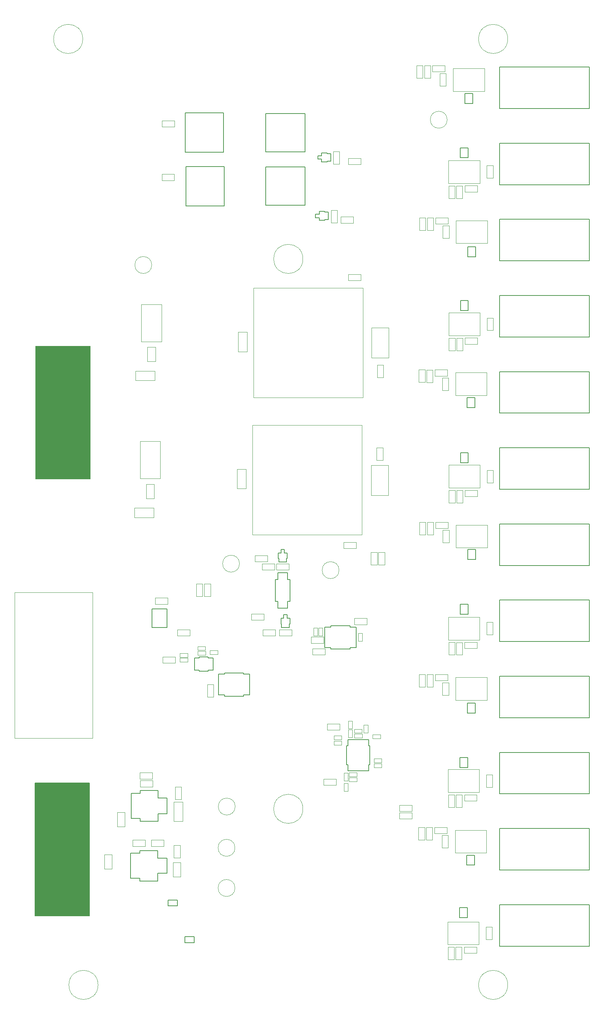
<source format=gbr>
%TF.GenerationSoftware,KiCad,Pcbnew,9.0.3*%
%TF.CreationDate,2025-09-16T13:44:48-04:00*%
%TF.ProjectId,WARM_TPC_Shaper,5741524d-5f54-4504-935f-536861706572,rev?*%
%TF.SameCoordinates,Original*%
%TF.FileFunction,Other,User*%
%FSLAX46Y46*%
G04 Gerber Fmt 4.6, Leading zero omitted, Abs format (unit mm)*
G04 Created by KiCad (PCBNEW 9.0.3) date 2025-09-16 13:44:48*
%MOMM*%
%LPD*%
G01*
G04 APERTURE LIST*
%ADD10C,0.050000*%
%ADD11C,0.152400*%
%ADD12C,0.127000*%
%ADD13C,0.100000*%
G04 APERTURE END LIST*
D10*
%TO.C,R68*%
X180710000Y-199870000D02*
X183670000Y-199870000D01*
X180710000Y-201330000D02*
X180710000Y-199870000D01*
X183670000Y-199870000D02*
X183670000Y-201330000D01*
X183670000Y-201330000D02*
X180710000Y-201330000D01*
%TO.C,U7*%
X211223000Y-158292499D02*
X211223000Y-152887499D01*
X218633000Y-152887499D02*
X211223000Y-152887499D01*
X218633000Y-158292499D02*
X211223000Y-158292499D01*
X218633000Y-158292499D02*
X218633000Y-152887499D01*
%TO.C,U12*%
X209465000Y-138732499D02*
X209465000Y-144137499D01*
X209465000Y-138732499D02*
X216875000Y-138732499D01*
X209465000Y-144137499D02*
X216875000Y-144137499D01*
X216875000Y-138732499D02*
X216875000Y-144137499D01*
%TO.C,C27*%
X201860000Y-44300000D02*
X203320000Y-44300000D01*
X201860000Y-47260000D02*
X201860000Y-44300000D01*
X203320000Y-44300000D02*
X203320000Y-47260000D01*
X203320000Y-47260000D02*
X201860000Y-47260000D01*
%TO.C,C25*%
X207390000Y-46189999D02*
X208850000Y-46189999D01*
X207390000Y-49149999D02*
X207390000Y-46189999D01*
X208850000Y-46189999D02*
X208850000Y-49149999D01*
X208850000Y-49149999D02*
X207390000Y-49149999D01*
D11*
%TO.C,R11*%
X213752900Y-230943899D02*
X215607100Y-230943899D01*
X213752900Y-233306099D02*
X213752900Y-230943899D01*
X215607100Y-230943899D02*
X215607100Y-233306099D01*
X215607100Y-233306099D02*
X213752900Y-233306099D01*
D10*
%TO.C,R18*%
X206250000Y-188245000D02*
X209210000Y-188245000D01*
X206250000Y-189705000D02*
X206250000Y-188245000D01*
X209210000Y-188245000D02*
X209210000Y-189705000D01*
X209210000Y-189705000D02*
X206250000Y-189705000D01*
%TO.C,C75*%
X139960000Y-170130000D02*
X142920000Y-170130000D01*
X139960000Y-171590000D02*
X139960000Y-170130000D01*
X142920000Y-170130000D02*
X142920000Y-171590000D01*
X142920000Y-171590000D02*
X139960000Y-171590000D01*
%TO.C,R33*%
X188060000Y-178520000D02*
X189000000Y-178520000D01*
X188060000Y-180380000D02*
X188060000Y-178520000D01*
X189000000Y-178520000D02*
X189000000Y-180380000D01*
X189000000Y-180380000D02*
X188060000Y-180380000D01*
%TO.C,R25*%
X213100000Y-252639999D02*
X216060000Y-252639999D01*
X213100000Y-254099999D02*
X213100000Y-252639999D01*
X216060000Y-252639999D02*
X216060000Y-254099999D01*
X216060000Y-254099999D02*
X213100000Y-254099999D01*
D11*
%TO.C,Q1*%
X168458200Y-165807300D02*
X168991600Y-165807300D01*
X168458200Y-170912700D02*
X168458200Y-165807300D01*
X168991600Y-164156300D02*
X168991600Y-165807300D01*
X168991600Y-164156300D02*
X171328400Y-164156300D01*
X168991600Y-170912700D02*
X168458200Y-170912700D01*
X168991600Y-172563700D02*
X168991600Y-170912700D01*
X171328400Y-164156300D02*
X171328400Y-165807300D01*
X171328400Y-165807300D02*
X171861800Y-165807300D01*
X171328400Y-172563700D02*
X168991600Y-172563700D01*
X171328400Y-172563700D02*
X171328400Y-170912700D01*
X171861800Y-165807300D02*
X171861800Y-170912700D01*
X171861800Y-170912700D02*
X171328400Y-170912700D01*
D10*
%TO.C,R65*%
X189380000Y-200160000D02*
X190320000Y-200160000D01*
X189380000Y-202020000D02*
X189380000Y-200160000D01*
X190320000Y-200160000D02*
X190320000Y-202020000D01*
X190320000Y-202020000D02*
X189380000Y-202020000D01*
%TO.C,SEC_{RTN}1*%
X183508400Y-163576000D02*
G75*
G02*
X179508400Y-163576000I-2000000J0D01*
G01*
X179508400Y-163576000D02*
G75*
G02*
X183508400Y-163576000I2000000J0D01*
G01*
%TO.C,C35*%
X204388000Y-152230000D02*
X205848000Y-152230000D01*
X204388000Y-155190000D02*
X204388000Y-152230000D01*
X205848000Y-152230000D02*
X205848000Y-155190000D01*
X205848000Y-155190000D02*
X204388000Y-155190000D01*
D11*
%TO.C,J13*%
X221549569Y-242642799D02*
X242764432Y-242642799D01*
X221549569Y-252447199D02*
X221549569Y-242642799D01*
X242764432Y-242642799D02*
X242764432Y-252447199D01*
X242764432Y-252447199D02*
X221549569Y-252447199D01*
D10*
%TO.C,TELEM_{-5V}1*%
X158870400Y-238709200D02*
G75*
G02*
X154870400Y-238709200I-2000000J0D01*
G01*
X154870400Y-238709200D02*
G75*
G02*
X158870400Y-238709200I2000000J0D01*
G01*
%TO.C,C74*%
X152945476Y-182530000D02*
X154765476Y-182530000D01*
X152945476Y-183450000D02*
X152945476Y-182530000D01*
X154765476Y-182530000D02*
X154765476Y-183450000D01*
X154765476Y-183450000D02*
X152945476Y-183450000D01*
%TO.C,C17*%
X184636000Y-157000000D02*
X187596000Y-157000000D01*
X184636000Y-158460000D02*
X184636000Y-157000000D01*
X187596000Y-157000000D02*
X187596000Y-158460000D01*
X187596000Y-158460000D02*
X184636000Y-158460000D01*
%TO.C,R69*%
X165470000Y-177610000D02*
X168430000Y-177610000D01*
X165470000Y-179070000D02*
X165470000Y-177610000D01*
X168430000Y-177610000D02*
X168430000Y-179070000D01*
X168430000Y-179070000D02*
X165470000Y-179070000D01*
%TO.C,R73*%
X163620000Y-160120000D02*
X166580000Y-160120000D01*
X163620000Y-161580000D02*
X163620000Y-160120000D01*
X166580000Y-160120000D02*
X166580000Y-161580000D01*
X166580000Y-161580000D02*
X163620000Y-161580000D01*
%TO.C,R56*%
X134640000Y-227380000D02*
X137600000Y-227380000D01*
X134640000Y-228840000D02*
X134640000Y-227380000D01*
X137600000Y-227380000D02*
X137600000Y-228840000D01*
X137600000Y-228840000D02*
X134640000Y-228840000D01*
%TO.C,R20*%
X213300000Y-72684999D02*
X216260000Y-72684999D01*
X213300000Y-74144999D02*
X213300000Y-72684999D01*
X216260000Y-72684999D02*
X216260000Y-74144999D01*
X216260000Y-74144999D02*
X213300000Y-74144999D01*
%TO.C,C20*%
X144370000Y-218350000D02*
X146470000Y-218350000D01*
X144370000Y-222950000D02*
X144370000Y-218350000D01*
X146470000Y-218350000D02*
X146470000Y-222950000D01*
X146470000Y-222950000D02*
X144370000Y-222950000D01*
%TO.C,R54*%
X136410000Y-213320000D02*
X139370000Y-213320000D01*
X136410000Y-214780000D02*
X136410000Y-213320000D01*
X139370000Y-213320000D02*
X139370000Y-214780000D01*
X139370000Y-214780000D02*
X136410000Y-214780000D01*
D11*
%TO.C,R6*%
X212252900Y-135833899D02*
X214107100Y-135833899D01*
X212252900Y-138196099D02*
X212252900Y-135833899D01*
X214107100Y-135833899D02*
X214107100Y-138196099D01*
X214107100Y-138196099D02*
X212252900Y-138196099D01*
D10*
%TO.C,R24*%
X213180000Y-216649999D02*
X216140000Y-216649999D01*
X213180000Y-218109999D02*
X213180000Y-216649999D01*
X216140000Y-216649999D02*
X216140000Y-218109999D01*
X216140000Y-218109999D02*
X213180000Y-218109999D01*
%TO.C,R57*%
X139075000Y-227380000D02*
X142035000Y-227380000D01*
X139075000Y-228840000D02*
X139075000Y-227380000D01*
X142035000Y-227380000D02*
X142035000Y-228840000D01*
X142035000Y-228840000D02*
X139075000Y-228840000D01*
%TO.C,C42*%
X202320000Y-224355000D02*
X203780000Y-224355000D01*
X202320000Y-227315000D02*
X202320000Y-224355000D01*
X203780000Y-224355000D02*
X203780000Y-227315000D01*
X203780000Y-227315000D02*
X202320000Y-227315000D01*
%TO.C,C24*%
X191780000Y-208140000D02*
X193600000Y-208140000D01*
X191780000Y-209060000D02*
X191780000Y-208140000D01*
X193600000Y-208140000D02*
X193600000Y-209060000D01*
X193600000Y-209060000D02*
X191780000Y-209060000D01*
D11*
%TO.C,U3*%
X134305500Y-216317000D02*
X136451800Y-216317000D01*
X134305500Y-222286000D02*
X134305500Y-216317000D01*
X136451800Y-215694700D02*
X140668200Y-215694700D01*
X136451800Y-216317000D02*
X136451800Y-215694700D01*
X136451800Y-222286000D02*
X134305500Y-222286000D01*
X136451800Y-222908300D02*
X136451800Y-222286000D01*
X140668200Y-215694700D02*
X140668200Y-217472700D01*
X140668200Y-217472700D02*
X142814500Y-217472700D01*
X140668200Y-221130300D02*
X140668200Y-222908300D01*
X140668200Y-222908300D02*
X136451800Y-222908300D01*
X142814500Y-217472700D02*
X142814500Y-221130300D01*
X142814500Y-221130300D02*
X140668200Y-221130300D01*
%TO.C,R7*%
X213972900Y-158713899D02*
X215827100Y-158713899D01*
X213972900Y-161076099D02*
X213972900Y-158713899D01*
X215827100Y-158713899D02*
X215827100Y-161076099D01*
X215827100Y-161076099D02*
X213972900Y-161076099D01*
D10*
%TO.C,C21*%
X128000000Y-230812500D02*
X129760000Y-230812500D01*
X128000000Y-234212500D02*
X128000000Y-230812500D01*
X129760000Y-230812500D02*
X129760000Y-234212500D01*
X129760000Y-234212500D02*
X128000000Y-234212500D01*
D12*
%TO.C,J15*%
X124420000Y-245275000D02*
X111500000Y-245275000D01*
X111500000Y-213875000D01*
X124420000Y-213875000D01*
X124420000Y-245275000D01*
G36*
X124420000Y-245275000D02*
G01*
X111500000Y-245275000D01*
X111500000Y-213875000D01*
X124420000Y-213875000D01*
X124420000Y-245275000D01*
G37*
D11*
%TO.C,P4*%
X166176001Y-55621000D02*
X166176001Y-64679000D01*
X166176001Y-64679000D02*
X175483999Y-64679000D01*
X175483999Y-55621000D02*
X166176001Y-55621000D01*
X175483999Y-64679000D02*
X175483999Y-55621000D01*
D10*
%TO.C,R61*%
X197830000Y-219110000D02*
X200790000Y-219110000D01*
X197830000Y-220570000D02*
X197830000Y-219110000D01*
X200790000Y-219110000D02*
X200790000Y-220570000D01*
X200790000Y-220570000D02*
X197830000Y-220570000D01*
%TO.C,R26*%
X177450000Y-177190000D02*
X178390000Y-177190000D01*
X177450000Y-179050000D02*
X177450000Y-177190000D01*
X178390000Y-177190000D02*
X178390000Y-179050000D01*
X178390000Y-179050000D02*
X177450000Y-179050000D01*
%TO.C,R23*%
X213260000Y-180619999D02*
X216220000Y-180619999D01*
X213260000Y-182079999D02*
X213260000Y-180619999D01*
X216220000Y-180619999D02*
X216220000Y-182079999D01*
X216220000Y-182079999D02*
X213260000Y-182079999D01*
%TO.C,R62*%
X184670000Y-211500000D02*
X185610000Y-211500000D01*
X184670000Y-213360000D02*
X184670000Y-211500000D01*
X185610000Y-211500000D02*
X185610000Y-213360000D01*
X185610000Y-213360000D02*
X184670000Y-213360000D01*
%TO.C,C63*%
X185890000Y-212590000D02*
X187710000Y-212590000D01*
X185890000Y-213510000D02*
X185890000Y-212590000D01*
X187710000Y-212590000D02*
X187710000Y-213510000D01*
X187710000Y-213510000D02*
X185890000Y-213510000D01*
%TO.C,R13*%
X178650000Y-177190000D02*
X179590000Y-177190000D01*
X178650000Y-179050000D02*
X178650000Y-177190000D01*
X179590000Y-177190000D02*
X179590000Y-179050000D01*
X179590000Y-179050000D02*
X178650000Y-179050000D01*
%TO.C,R29*%
X183920000Y-80060000D02*
X186880000Y-80060000D01*
X183920000Y-81520000D02*
X183920000Y-80060000D01*
X186880000Y-80060000D02*
X186880000Y-81520000D01*
X186880000Y-81520000D02*
X183920000Y-81520000D01*
%TO.C,C37*%
X208000000Y-190134999D02*
X209460000Y-190134999D01*
X208000000Y-193094999D02*
X208000000Y-190134999D01*
X209460000Y-190134999D02*
X209460000Y-193094999D01*
X209460000Y-193094999D02*
X208000000Y-193094999D01*
%TO.C,U15*%
X209235000Y-246692499D02*
X209235000Y-252097499D01*
X209235000Y-246692499D02*
X216645000Y-246692499D01*
X209235000Y-252097499D02*
X216645000Y-252097499D01*
X216645000Y-246692499D02*
X216645000Y-252097499D01*
D11*
%TO.C,J5*%
X221549569Y-98642799D02*
X242764432Y-98642799D01*
X221549569Y-108447199D02*
X221549569Y-98642799D01*
X242764432Y-98642799D02*
X242764432Y-108447199D01*
X242764432Y-108447199D02*
X221549569Y-108447199D01*
D10*
%TO.C,R16*%
X206200000Y-116215000D02*
X209160000Y-116215000D01*
X206200000Y-117675000D02*
X206200000Y-116215000D01*
X209160000Y-116215000D02*
X209160000Y-117675000D01*
X209160000Y-117675000D02*
X206200000Y-117675000D01*
%TO.C,C54*%
X209460000Y-180639999D02*
X210920000Y-180639999D01*
X209460000Y-183599999D02*
X209460000Y-180639999D01*
X210920000Y-180639999D02*
X210920000Y-183599999D01*
X210920000Y-183599999D02*
X209460000Y-183599999D01*
%TO.C,U11*%
X209465000Y-102732499D02*
X209465000Y-108137499D01*
X209465000Y-102732499D02*
X216875000Y-102732499D01*
X209465000Y-108137499D02*
X216875000Y-108137499D01*
X216875000Y-102732499D02*
X216875000Y-108137499D01*
%TO.C,C36*%
X202548000Y-152220000D02*
X204008000Y-152220000D01*
X202548000Y-155180000D02*
X202548000Y-152220000D01*
X204008000Y-152220000D02*
X204008000Y-155180000D01*
X204008000Y-155180000D02*
X202548000Y-155180000D01*
D11*
%TO.C,M6*%
X169106000Y-159496000D02*
X169756000Y-159496000D01*
X169106000Y-160804000D02*
X169106000Y-159496000D01*
X169106000Y-160804000D02*
X169256000Y-160804000D01*
X169256000Y-160804000D02*
X169256000Y-161659599D01*
X169256000Y-161659599D02*
X171064000Y-161659599D01*
X169756000Y-158640401D02*
X170564000Y-158640401D01*
X169756000Y-159496000D02*
X169756000Y-158640401D01*
X170564000Y-159496000D02*
X170564000Y-158640401D01*
X171064000Y-160804000D02*
X171064000Y-161659599D01*
X171214000Y-159496000D02*
X170564000Y-159496000D01*
X171214000Y-159496000D02*
X171214000Y-160804000D01*
X171214000Y-160804000D02*
X171064000Y-160804000D01*
D10*
%TO.C,C1*%
X136667500Y-100745000D02*
X141467500Y-100745000D01*
X136667500Y-109545000D02*
X136667500Y-100745000D01*
X141467500Y-100745000D02*
X141467500Y-109545000D01*
X141467500Y-109545000D02*
X136667500Y-109545000D01*
%TO.C,R67*%
X185710000Y-201300000D02*
X186650000Y-201300000D01*
X185710000Y-203160000D02*
X185710000Y-201300000D01*
X186650000Y-201300000D02*
X186650000Y-203160000D01*
X186650000Y-203160000D02*
X185710000Y-203160000D01*
%TO.C,R22*%
X213330000Y-144679999D02*
X216290000Y-144679999D01*
X213330000Y-146139999D02*
X213330000Y-144679999D01*
X216290000Y-144679999D02*
X216290000Y-146139999D01*
X216290000Y-146139999D02*
X213330000Y-146139999D01*
%TO.C,TELEM_{RTN}2*%
X158870400Y-229209600D02*
G75*
G02*
X154870400Y-229209600I-2000000J0D01*
G01*
X154870400Y-229209600D02*
G75*
G02*
X158870400Y-229209600I2000000J0D01*
G01*
%TO.C,F5*%
X135085000Y-148875000D02*
X139645000Y-148875000D01*
X135085000Y-151115000D02*
X135085000Y-148875000D01*
X139645000Y-148875000D02*
X139645000Y-151115000D01*
X139645000Y-151115000D02*
X135085000Y-151115000D01*
%TO.C,C76*%
X151620000Y-166780000D02*
X153080000Y-166780000D01*
X151620000Y-169740000D02*
X151620000Y-166780000D01*
X153080000Y-166780000D02*
X153080000Y-169740000D01*
X153080000Y-169740000D02*
X151620000Y-169740000D01*
%TO.C,C30*%
X202550000Y-80250000D02*
X204010000Y-80250000D01*
X202550000Y-83210000D02*
X202550000Y-80250000D01*
X204010000Y-80250000D02*
X204010000Y-83210000D01*
X204010000Y-83210000D02*
X202550000Y-83210000D01*
%TO.C,C62*%
X177230000Y-182150000D02*
X180190000Y-182150000D01*
X177230000Y-183610000D02*
X177230000Y-182150000D01*
X180190000Y-182150000D02*
X180190000Y-183610000D01*
X180190000Y-183610000D02*
X177230000Y-183610000D01*
D11*
%TO.C,M2*%
X178532401Y-66398000D02*
X178532401Y-65590000D01*
X179388000Y-64940000D02*
X179388000Y-65590000D01*
X179388000Y-64940000D02*
X180696000Y-64940000D01*
X179388000Y-65590000D02*
X178532401Y-65590000D01*
X179388000Y-66398000D02*
X178532401Y-66398000D01*
X179388000Y-67048000D02*
X179388000Y-66398000D01*
X180696000Y-64940000D02*
X180696000Y-65090000D01*
X180696000Y-65090000D02*
X181551599Y-65090000D01*
X180696000Y-66898000D02*
X181551599Y-66898000D01*
X180696000Y-67048000D02*
X179388000Y-67048000D01*
X180696000Y-67048000D02*
X180696000Y-66898000D01*
X181551599Y-66898000D02*
X181551599Y-65090000D01*
D10*
%TO.C,C22*%
X144250000Y-232640000D02*
X146010000Y-232640000D01*
X144250000Y-236040000D02*
X144250000Y-232640000D01*
X146010000Y-232640000D02*
X146010000Y-236040000D01*
X146010000Y-236040000D02*
X144250000Y-236040000D01*
%TO.C,R27*%
X176870000Y-179370000D02*
X179830000Y-179370000D01*
X176870000Y-180830000D02*
X176870000Y-179370000D01*
X179830000Y-179370000D02*
X179830000Y-180830000D01*
X179830000Y-180830000D02*
X176870000Y-180830000D01*
D11*
%TO.C,R3*%
X213992900Y-87113899D02*
X215847100Y-87113899D01*
X213992900Y-89476099D02*
X213992900Y-87113899D01*
X215847100Y-87113899D02*
X215847100Y-89476099D01*
X215847100Y-89476099D02*
X213992900Y-89476099D01*
D10*
%TO.C,C72*%
X150045476Y-181590000D02*
X151865476Y-181590000D01*
X150045476Y-182510000D02*
X150045476Y-181590000D01*
X151865476Y-181590000D02*
X151865476Y-182510000D01*
X151865476Y-182510000D02*
X150045476Y-182510000D01*
%TO.C,C60*%
X209300000Y-252659999D02*
X210760000Y-252659999D01*
X209300000Y-255619999D02*
X209300000Y-252659999D01*
X210760000Y-252659999D02*
X210760000Y-255619999D01*
X210760000Y-255619999D02*
X209300000Y-255619999D01*
D11*
%TO.C,J3*%
X221549569Y-62642799D02*
X242764432Y-62642799D01*
X221549569Y-72447199D02*
X221549569Y-62642799D01*
X242764432Y-62642799D02*
X242764432Y-72447199D01*
X242764432Y-72447199D02*
X221549569Y-72447199D01*
D10*
%TO.C,C47*%
X211320000Y-108709999D02*
X212780000Y-108709999D01*
X211320000Y-111669999D02*
X211320000Y-108709999D01*
X212780000Y-108709999D02*
X212780000Y-111669999D01*
X212780000Y-111669999D02*
X211320000Y-111669999D01*
%TO.C,D3*%
X191117500Y-138745000D02*
X195177500Y-138745000D01*
X191117500Y-145865000D02*
X191117500Y-138745000D01*
X195177500Y-138745000D02*
X195177500Y-145865000D01*
X195177500Y-145865000D02*
X191117500Y-145865000D01*
D11*
%TO.C,J14*%
X221549569Y-224642799D02*
X242764432Y-224642799D01*
X221549569Y-234447199D02*
X221549569Y-224642799D01*
X242764432Y-224642799D02*
X242764432Y-234447199D01*
X242764432Y-234447199D02*
X221549569Y-234447199D01*
D10*
%TO.C,R72*%
X165280000Y-162080000D02*
X168240000Y-162080000D01*
X165280000Y-163540000D02*
X165280000Y-162080000D01*
X168240000Y-162080000D02*
X168240000Y-163540000D01*
X168240000Y-163540000D02*
X165280000Y-163540000D01*
%TO.C,R64*%
X187120000Y-202270000D02*
X188980000Y-202270000D01*
X187120000Y-203210000D02*
X187120000Y-202270000D01*
X188980000Y-202270000D02*
X188980000Y-203210000D01*
X188980000Y-203210000D02*
X187120000Y-203210000D01*
%TO.C,TELEM_{RTN}1*%
X209111600Y-57099200D02*
G75*
G02*
X205111600Y-57099200I-2000000J0D01*
G01*
X205111600Y-57099200D02*
G75*
G02*
X209111600Y-57099200I2000000J0D01*
G01*
%TO.C,C33*%
X202420000Y-116215000D02*
X203880000Y-116215000D01*
X202420000Y-119175000D02*
X202420000Y-116215000D01*
X203880000Y-116215000D02*
X203880000Y-119175000D01*
X203880000Y-119175000D02*
X202420000Y-119175000D01*
%TO.C,U1*%
X163280000Y-96890000D02*
X189180000Y-96890000D01*
X163280000Y-122790000D02*
X163280000Y-96890000D01*
X189180000Y-96890000D02*
X189180000Y-122790000D01*
X189180000Y-122790000D02*
X163280000Y-122790000D01*
%TO.C,R19*%
X206100000Y-224355000D02*
X209060000Y-224355000D01*
X206100000Y-225815000D02*
X206100000Y-224355000D01*
X209060000Y-224355000D02*
X209060000Y-225815000D01*
X209060000Y-225815000D02*
X206100000Y-225815000D01*
%TO.C,U8*%
X211145000Y-194317499D02*
X211145000Y-188912499D01*
X218555000Y-188912499D02*
X211145000Y-188912499D01*
X218555000Y-194317499D02*
X211145000Y-194317499D01*
X218555000Y-194317499D02*
X218555000Y-188912499D01*
D11*
%TO.C,J11*%
X221549569Y-206642799D02*
X242764432Y-206642799D01*
X221549569Y-216447199D02*
X221549569Y-206642799D01*
X242764432Y-206642799D02*
X242764432Y-216447199D01*
X242764432Y-216447199D02*
X221549569Y-216447199D01*
D10*
%TO.C,C70*%
X182290000Y-203950000D02*
X184110000Y-203950000D01*
X182290000Y-204870000D02*
X182290000Y-203950000D01*
X184110000Y-203950000D02*
X184110000Y-204870000D01*
X184110000Y-204870000D02*
X182290000Y-204870000D01*
%TO.C,C73*%
X145865476Y-183230000D02*
X147685476Y-183230000D01*
X145865476Y-184150000D02*
X145865476Y-183230000D01*
X147685476Y-183230000D02*
X147685476Y-184150000D01*
X147685476Y-184150000D02*
X145865476Y-184150000D01*
%TO.C,R34*%
X185670000Y-66230000D02*
X188630000Y-66230000D01*
X185670000Y-67690000D02*
X185670000Y-66230000D01*
X188630000Y-66230000D02*
X188630000Y-67690000D01*
X188630000Y-67690000D02*
X185670000Y-67690000D01*
D11*
%TO.C,M5*%
X169756000Y-174956000D02*
X170406000Y-174956000D01*
X169756000Y-176264000D02*
X169756000Y-174956000D01*
X169756000Y-176264000D02*
X169906000Y-176264000D01*
X169906000Y-176264000D02*
X169906000Y-177119599D01*
X169906000Y-177119599D02*
X171714000Y-177119599D01*
X170406000Y-174100401D02*
X171214000Y-174100401D01*
X170406000Y-174956000D02*
X170406000Y-174100401D01*
X171214000Y-174956000D02*
X171214000Y-174100401D01*
X171714000Y-176264000D02*
X171714000Y-177119599D01*
X171864000Y-174956000D02*
X171214000Y-174956000D01*
X171864000Y-174956000D02*
X171864000Y-176264000D01*
X171864000Y-176264000D02*
X171714000Y-176264000D01*
D10*
%TO.C,SEC_{RTN}2*%
X139160000Y-91440000D02*
G75*
G02*
X135160000Y-91440000I-2000000J0D01*
G01*
X135160000Y-91440000D02*
G75*
G02*
X139160000Y-91440000I2000000J0D01*
G01*
%TO.C,U9*%
X210995000Y-230427499D02*
X210995000Y-225022499D01*
X218405000Y-225022499D02*
X210995000Y-225022499D01*
X218405000Y-230427499D02*
X210995000Y-230427499D01*
X218405000Y-230427499D02*
X218405000Y-225022499D01*
%TO.C,C46*%
X218540000Y-103939999D02*
X220000000Y-103939999D01*
X218540000Y-106899999D02*
X218540000Y-103939999D01*
X220000000Y-103939999D02*
X220000000Y-106899999D01*
X220000000Y-106899999D02*
X218540000Y-106899999D01*
%TO.C,C50*%
X211320000Y-144709999D02*
X212780000Y-144709999D01*
X211320000Y-147669999D02*
X211320000Y-144709999D01*
X212780000Y-144709999D02*
X212780000Y-147669999D01*
X212780000Y-147669999D02*
X211320000Y-147669999D01*
%TO.C,C71*%
X182280000Y-202720000D02*
X184100000Y-202720000D01*
X182280000Y-203640000D02*
X182280000Y-202720000D01*
X184100000Y-202720000D02*
X184100000Y-203640000D01*
X184100000Y-203640000D02*
X182280000Y-203640000D01*
%TO.C,U14*%
X209315000Y-210702499D02*
X209315000Y-216107499D01*
X209315000Y-210702499D02*
X216725000Y-210702499D01*
X209315000Y-216107499D02*
X216725000Y-216107499D01*
X216725000Y-210702499D02*
X216725000Y-216107499D01*
%TO.C,U13*%
X209395000Y-174672499D02*
X209395000Y-180077499D01*
X209395000Y-174672499D02*
X216805000Y-174672499D01*
X209395000Y-180077499D02*
X216805000Y-180077499D01*
X216805000Y-174672499D02*
X216805000Y-180077499D01*
%TO.C,R78*%
X145845476Y-184330000D02*
X147705476Y-184330000D01*
X145845476Y-185270000D02*
X145845476Y-184330000D01*
X147705476Y-184330000D02*
X147705476Y-185270000D01*
X147705476Y-185270000D02*
X145845476Y-185270000D01*
%TO.C,V_{EN}1*%
X159940000Y-162040000D02*
G75*
G02*
X155940000Y-162040000I-2000000J0D01*
G01*
X155940000Y-162040000D02*
G75*
G02*
X159940000Y-162040000I2000000J0D01*
G01*
%TO.C,C29*%
X204390000Y-80260000D02*
X205850000Y-80260000D01*
X204390000Y-83220000D02*
X204390000Y-80260000D01*
X205850000Y-80260000D02*
X205850000Y-83220000D01*
X205850000Y-83220000D02*
X204390000Y-83220000D01*
D11*
%TO.C,M1*%
X177955401Y-80233999D02*
X177955401Y-79425999D01*
X178811000Y-78775999D02*
X178811000Y-79425999D01*
X178811000Y-78775999D02*
X180119000Y-78775999D01*
X178811000Y-79425999D02*
X177955401Y-79425999D01*
X178811000Y-80233999D02*
X177955401Y-80233999D01*
X178811000Y-80883999D02*
X178811000Y-80233999D01*
X180119000Y-78775999D02*
X180119000Y-78925999D01*
X180119000Y-78925999D02*
X180974599Y-78925999D01*
X180119000Y-80733999D02*
X180974599Y-80733999D01*
X180119000Y-80883999D02*
X178811000Y-80883999D01*
X180119000Y-80883999D02*
X180119000Y-80733999D01*
X180974599Y-80733999D02*
X180974599Y-78925999D01*
D10*
%TO.C,C64*%
X184680000Y-213970000D02*
X185600000Y-213970000D01*
X184680000Y-215790000D02*
X184680000Y-213970000D01*
X185600000Y-213970000D02*
X185600000Y-215790000D01*
X185600000Y-215790000D02*
X184680000Y-215790000D01*
%TO.C,U4*%
X210535000Y-50372499D02*
X210535000Y-44967499D01*
X217945000Y-44967499D02*
X210535000Y-44967499D01*
X217945000Y-50372499D02*
X210535000Y-50372499D01*
X217945000Y-50372499D02*
X217945000Y-44967499D01*
D11*
%TO.C,R4*%
X212252900Y-99853899D02*
X214107100Y-99853899D01*
X212252900Y-102216099D02*
X212252900Y-99853899D01*
X214107100Y-99853899D02*
X214107100Y-102216099D01*
X214107100Y-102216099D02*
X212252900Y-102216099D01*
D13*
%TO.C,J2*%
X124570000Y-142020000D02*
X111650000Y-142020000D01*
X111650000Y-110620000D01*
X124570000Y-110620000D01*
X124570000Y-142020000D01*
G36*
X124570000Y-142020000D02*
G01*
X111650000Y-142020000D01*
X111650000Y-110620000D01*
X124570000Y-110620000D01*
X124570000Y-142020000D01*
G37*
D11*
%TO.C,LED2*%
X143009950Y-241556500D02*
X145219750Y-241556500D01*
X143009950Y-241645400D02*
X143009950Y-241556500D01*
X143009950Y-241645400D02*
X143009950Y-241645400D01*
X143009950Y-242864600D02*
X143009950Y-241645400D01*
X143009950Y-242864600D02*
X143009950Y-242864600D01*
X143009950Y-242953500D02*
X143009950Y-242864600D01*
X145219750Y-241556500D02*
X145219750Y-241645400D01*
X145219750Y-241645400D02*
X145219750Y-241645400D01*
X145219750Y-241645400D02*
X145219750Y-242864600D01*
X145219750Y-242864600D02*
X145219750Y-242864600D01*
X145219750Y-242864600D02*
X145219750Y-242953500D01*
X145219750Y-242953500D02*
X143009950Y-242953500D01*
%TO.C,R1*%
X213322900Y-50873899D02*
X215177100Y-50873899D01*
X213322900Y-53236099D02*
X213322900Y-50873899D01*
X215177100Y-50873899D02*
X215177100Y-53236099D01*
X215177100Y-53236099D02*
X213322900Y-53236099D01*
D10*
%TO.C,C53*%
X211250000Y-180649999D02*
X212710000Y-180649999D01*
X211250000Y-183609999D02*
X211250000Y-180649999D01*
X212710000Y-180649999D02*
X212710000Y-183609999D01*
X212710000Y-183609999D02*
X211250000Y-183609999D01*
%TO.C,C38*%
X204310000Y-188255000D02*
X205770000Y-188255000D01*
X204310000Y-191215000D02*
X204310000Y-188255000D01*
X205770000Y-188255000D02*
X205770000Y-191215000D01*
X205770000Y-191215000D02*
X204310000Y-191215000D01*
%TO.C,R55*%
X144690000Y-214795000D02*
X146150000Y-214795000D01*
X144690000Y-217755000D02*
X144690000Y-214795000D01*
X146150000Y-214795000D02*
X146150000Y-217755000D01*
X146150000Y-217755000D02*
X144690000Y-217755000D01*
%TO.C,C56*%
X211170000Y-216679999D02*
X212630000Y-216679999D01*
X211170000Y-219639999D02*
X211170000Y-216679999D01*
X212630000Y-216679999D02*
X212630000Y-219639999D01*
X212630000Y-219639999D02*
X211170000Y-219639999D01*
%TO.C,D2*%
X191227500Y-106265000D02*
X195287500Y-106265000D01*
X191227500Y-113385000D02*
X191227500Y-106265000D01*
X195287500Y-106265000D02*
X195287500Y-113385000D01*
X195287500Y-113385000D02*
X191227500Y-113385000D01*
%TO.C,C58*%
X218310000Y-247899999D02*
X219770000Y-247899999D01*
X218310000Y-250859999D02*
X218310000Y-247899999D01*
X219770000Y-247899999D02*
X219770000Y-250859999D01*
X219770000Y-250859999D02*
X218310000Y-250859999D01*
%TO.C,C55*%
X218390000Y-211909999D02*
X219850000Y-211909999D01*
X218390000Y-214869999D02*
X218390000Y-211909999D01*
X219850000Y-211909999D02*
X219850000Y-214869999D01*
X219850000Y-214869999D02*
X218390000Y-214869999D01*
%TO.C,H7*%
X126450000Y-261620000D02*
G75*
G02*
X119550000Y-261620000I-3450000J0D01*
G01*
X119550000Y-261620000D02*
G75*
G02*
X126450000Y-261620000I3450000J0D01*
G01*
%TO.C,R77*%
X145245000Y-177650000D02*
X148205000Y-177650000D01*
X145245000Y-179110000D02*
X145245000Y-177650000D01*
X148205000Y-177650000D02*
X148205000Y-179110000D01*
X148205000Y-179110000D02*
X145245000Y-179110000D01*
%TO.C,H5*%
X122830000Y-38000000D02*
G75*
G02*
X115930000Y-38000000I-3450000J0D01*
G01*
X115930000Y-38000000D02*
G75*
G02*
X122830000Y-38000000I3450000J0D01*
G01*
%TO.C,R66*%
X191440000Y-202460000D02*
X193300000Y-202460000D01*
X191440000Y-203400000D02*
X191440000Y-202460000D01*
X193300000Y-202460000D02*
X193300000Y-203400000D01*
X193300000Y-203400000D02*
X191440000Y-203400000D01*
%TO.C,R48*%
X137865000Y-143255000D02*
X139765000Y-143255000D01*
X137865000Y-146615000D02*
X137865000Y-143255000D01*
X139765000Y-143255000D02*
X139765000Y-146615000D01*
X139765000Y-146615000D02*
X137865000Y-146615000D01*
D11*
%TO.C,R9*%
X213912900Y-194993899D02*
X215767100Y-194993899D01*
X213912900Y-197356099D02*
X213912900Y-194993899D01*
X215767100Y-194993899D02*
X215767100Y-197356099D01*
X215767100Y-197356099D02*
X213912900Y-197356099D01*
D10*
%TO.C,C51*%
X209530000Y-144699999D02*
X210990000Y-144699999D01*
X209530000Y-147659999D02*
X209530000Y-144699999D01*
X210990000Y-144699999D02*
X210990000Y-147659999D01*
X210990000Y-147659999D02*
X209530000Y-147659999D01*
D11*
%TO.C,U19*%
X134180100Y-230476900D02*
X136351800Y-230476900D01*
X134180100Y-236423100D02*
X134180100Y-230476900D01*
X136351800Y-229843200D02*
X140568200Y-229843200D01*
X136351800Y-230476900D02*
X136351800Y-229843200D01*
X136351800Y-236423100D02*
X134180100Y-236423100D01*
X136351800Y-237056800D02*
X136351800Y-236423100D01*
X140568200Y-229843200D02*
X140568200Y-231672000D01*
X140568200Y-231672000D02*
X142739900Y-231672000D01*
X140568200Y-235228000D02*
X140568200Y-237056800D01*
X140568200Y-237056800D02*
X136351800Y-237056800D01*
X142739900Y-231672000D02*
X142739900Y-235228000D01*
X142739900Y-235228000D02*
X140568200Y-235228000D01*
D10*
%TO.C,R46*%
X192427500Y-134650000D02*
X193887500Y-134650000D01*
X192427500Y-137610000D02*
X192427500Y-134650000D01*
X193887500Y-134650000D02*
X193887500Y-137610000D01*
X193887500Y-137610000D02*
X192427500Y-137610000D01*
%TO.C,TELEM_{+5V}1*%
X158921200Y-219456000D02*
G75*
G02*
X154921200Y-219456000I-2000000J0D01*
G01*
X154921200Y-219456000D02*
G75*
G02*
X158921200Y-219456000I2000000J0D01*
G01*
D11*
%TO.C,J12*%
X221549569Y-188642799D02*
X242764432Y-188642799D01*
X221549569Y-198447199D02*
X221549569Y-188642799D01*
X242764432Y-188642799D02*
X242764432Y-198447199D01*
X242764432Y-198447199D02*
X221549569Y-198447199D01*
D10*
%TO.C,C18*%
X131020000Y-220800000D02*
X132780000Y-220800000D01*
X131020000Y-224200000D02*
X131020000Y-220800000D01*
X132780000Y-220800000D02*
X132780000Y-224200000D01*
X132780000Y-224200000D02*
X131020000Y-224200000D01*
D11*
%TO.C,U20*%
X154947076Y-188181600D02*
X156407576Y-188181600D01*
X154947076Y-193058400D02*
X154947076Y-188181600D01*
X154947076Y-193058400D02*
X156407576Y-193058400D01*
X156407576Y-187864100D02*
X160903376Y-187864100D01*
X156407576Y-188181600D02*
X156407576Y-187864100D01*
X156407576Y-193375900D02*
X156407576Y-193058400D01*
X160903376Y-187864100D02*
X160903376Y-188181600D01*
X160903376Y-193058400D02*
X160903376Y-193375900D01*
X160903376Y-193375900D02*
X156407576Y-193375900D01*
X162363876Y-188181600D02*
X160903376Y-188181600D01*
X162363876Y-188181600D02*
X162363876Y-193058400D01*
X162363876Y-193058400D02*
X160903376Y-193058400D01*
D10*
%TO.C,C28*%
X208080000Y-82139999D02*
X209540000Y-82139999D01*
X208080000Y-85099999D02*
X208080000Y-82139999D01*
X209540000Y-82139999D02*
X209540000Y-85099999D01*
X209540000Y-85099999D02*
X208080000Y-85099999D01*
%TO.C,H1*%
X223450000Y-38000000D02*
G75*
G02*
X216550000Y-38000000I-3450000J0D01*
G01*
X216550000Y-38000000D02*
G75*
G02*
X223450000Y-38000000I3450000J0D01*
G01*
%TO.C,R63*%
X179840000Y-212930000D02*
X182800000Y-212930000D01*
X179840000Y-214390000D02*
X179840000Y-212930000D01*
X182800000Y-212930000D02*
X182800000Y-214390000D01*
X182800000Y-214390000D02*
X179840000Y-214390000D01*
%TO.C,U2*%
X163007500Y-129280000D02*
X188907500Y-129280000D01*
X163007500Y-155180000D02*
X163007500Y-129280000D01*
X188907500Y-129280000D02*
X188907500Y-155180000D01*
X188907500Y-155180000D02*
X163007500Y-155180000D01*
%TO.C,C67*%
X159367500Y-139697500D02*
X161467500Y-139697500D01*
X159367500Y-144297500D02*
X159367500Y-139697500D01*
X161467500Y-139697500D02*
X161467500Y-144297500D01*
X161467500Y-144297500D02*
X159367500Y-144297500D01*
%TO.C,R28*%
X149730000Y-166790000D02*
X151190000Y-166790000D01*
X149730000Y-169750000D02*
X149730000Y-166790000D01*
X151190000Y-166790000D02*
X151190000Y-169750000D01*
X151190000Y-169750000D02*
X149730000Y-169750000D01*
%TO.C,C52*%
X218470000Y-175879999D02*
X219930000Y-175879999D01*
X218470000Y-178839999D02*
X218470000Y-175879999D01*
X219930000Y-175879999D02*
X219930000Y-178839999D01*
X219930000Y-178839999D02*
X218470000Y-178839999D01*
%TO.C,C69*%
X185720000Y-199200000D02*
X186640000Y-199200000D01*
X185720000Y-201020000D02*
X185720000Y-199200000D01*
X186640000Y-199200000D02*
X186640000Y-201020000D01*
X186640000Y-201020000D02*
X185720000Y-201020000D01*
%TO.C,U6*%
X211095000Y-122287499D02*
X211095000Y-116882499D01*
X218505000Y-116882499D02*
X211095000Y-116882499D01*
X218505000Y-122287499D02*
X211095000Y-122287499D01*
X218505000Y-122287499D02*
X218505000Y-116882499D01*
%TO.C,H2*%
X174950000Y-90000000D02*
G75*
G02*
X168050000Y-90000000I-3450000J0D01*
G01*
X168050000Y-90000000D02*
G75*
G02*
X174950000Y-90000000I3450000J0D01*
G01*
%TO.C,C57*%
X209380000Y-216669999D02*
X210840000Y-216669999D01*
X209380000Y-219629999D02*
X209380000Y-216669999D01*
X210840000Y-216669999D02*
X210840000Y-219629999D01*
X210840000Y-219629999D02*
X209380000Y-219629999D01*
%TO.C,R37*%
X191070000Y-159390000D02*
X192530000Y-159390000D01*
X191070000Y-162350000D02*
X191070000Y-159390000D01*
X192530000Y-159390000D02*
X192530000Y-162350000D01*
X192530000Y-162350000D02*
X191070000Y-162350000D01*
%TO.C,C40*%
X207850000Y-226244999D02*
X209310000Y-226244999D01*
X207850000Y-229204999D02*
X207850000Y-226244999D01*
X209310000Y-226244999D02*
X209310000Y-229204999D01*
X209310000Y-229204999D02*
X207850000Y-229204999D01*
D11*
%TO.C,U21*%
X139191999Y-172731800D02*
X142747999Y-172731800D01*
X139191999Y-177100600D02*
X139191999Y-172731800D01*
X142747999Y-172731800D02*
X142747999Y-177100600D01*
X142747999Y-177100600D02*
X139191999Y-177100600D01*
%TO.C,J10*%
X221549569Y-152642799D02*
X242764432Y-152642799D01*
X221549569Y-162447199D02*
X221549569Y-152642799D01*
X242764432Y-152642799D02*
X242764432Y-162447199D01*
X242764432Y-162447199D02*
X221549569Y-162447199D01*
D10*
%TO.C,C26*%
X203700000Y-44310000D02*
X205160000Y-44310000D01*
X203700000Y-47270000D02*
X203700000Y-44310000D01*
X205160000Y-44310000D02*
X205160000Y-47270000D01*
X205160000Y-47270000D02*
X203700000Y-47270000D01*
%TO.C,C32*%
X204260000Y-116225000D02*
X205720000Y-116225000D01*
X204260000Y-119185000D02*
X204260000Y-116225000D01*
X205720000Y-116225000D02*
X205720000Y-119185000D01*
X205720000Y-119185000D02*
X204260000Y-119185000D01*
%TO.C,R58*%
X144410000Y-228610000D02*
X145870000Y-228610000D01*
X144410000Y-231570000D02*
X144410000Y-228610000D01*
X145870000Y-228610000D02*
X145870000Y-231570000D01*
X145870000Y-231570000D02*
X144410000Y-231570000D01*
%TO.C,R31*%
X141550000Y-69970000D02*
X144510000Y-69970000D01*
X141550000Y-71430000D02*
X141550000Y-69970000D01*
X144510000Y-69970000D02*
X144510000Y-71430000D01*
X144510000Y-71430000D02*
X141550000Y-71430000D01*
%TO.C,R21*%
X213330000Y-108679999D02*
X216290000Y-108679999D01*
X213330000Y-110139999D02*
X213330000Y-108679999D01*
X216290000Y-108679999D02*
X216290000Y-110139999D01*
X216290000Y-110139999D02*
X213330000Y-110139999D01*
%TO.C,C19*%
X136380000Y-211460000D02*
X139340000Y-211460000D01*
X136380000Y-212920000D02*
X136380000Y-211460000D01*
X139340000Y-211460000D02*
X139340000Y-212920000D01*
X139340000Y-212920000D02*
X136380000Y-212920000D01*
D11*
%TO.C,J6*%
X221549569Y-80642799D02*
X242764432Y-80642799D01*
X221549569Y-90447199D02*
X221549569Y-80642799D01*
X242764432Y-80642799D02*
X242764432Y-90447199D01*
X242764432Y-90447199D02*
X221549569Y-90447199D01*
D10*
%TO.C,R15*%
X206330000Y-80250000D02*
X209290000Y-80250000D01*
X206330000Y-81710000D02*
X206330000Y-80250000D01*
X209290000Y-80250000D02*
X209290000Y-81710000D01*
X209290000Y-81710000D02*
X206330000Y-81710000D01*
D11*
%TO.C,R8*%
X212172900Y-171633899D02*
X214027100Y-171633899D01*
X212172900Y-173996099D02*
X212172900Y-171633899D01*
X214027100Y-171633899D02*
X214027100Y-173996099D01*
X214027100Y-173996099D02*
X212172900Y-173996099D01*
%TO.C,R5*%
X213852900Y-122753899D02*
X215707100Y-122753899D01*
X213852900Y-125116099D02*
X213852900Y-122753899D01*
X215707100Y-122753899D02*
X215707100Y-125116099D01*
X215707100Y-125116099D02*
X213852900Y-125116099D01*
D10*
%TO.C,C39*%
X202470000Y-188245000D02*
X203930000Y-188245000D01*
X202470000Y-191205000D02*
X202470000Y-188245000D01*
X203930000Y-188245000D02*
X203930000Y-191205000D01*
X203930000Y-191205000D02*
X202470000Y-191205000D01*
%TO.C,R38*%
X192850000Y-159380000D02*
X194310000Y-159380000D01*
X192850000Y-162340000D02*
X192850000Y-159380000D01*
X194310000Y-159380000D02*
X194310000Y-162340000D01*
X194310000Y-162340000D02*
X192850000Y-162340000D01*
%TO.C,R75*%
X152345476Y-190590000D02*
X153805476Y-190590000D01*
X152345476Y-193550000D02*
X152345476Y-190590000D01*
X153805476Y-190590000D02*
X153805476Y-193550000D01*
X153805476Y-193550000D02*
X152345476Y-193550000D01*
%TO.C,C31*%
X207950000Y-118104999D02*
X209410000Y-118104999D01*
X207950000Y-121064999D02*
X207950000Y-118104999D01*
X209410000Y-118104999D02*
X209410000Y-121064999D01*
X209410000Y-121064999D02*
X207950000Y-121064999D01*
%TO.C,U10*%
X209435000Y-66737499D02*
X209435000Y-72142499D01*
X209435000Y-66737499D02*
X216845000Y-66737499D01*
X209435000Y-72142499D02*
X216845000Y-72142499D01*
X216845000Y-66737499D02*
X216845000Y-72142499D01*
%TO.C,C68*%
X187130000Y-201140000D02*
X188950000Y-201140000D01*
X187130000Y-202060000D02*
X187130000Y-201140000D01*
X188950000Y-201140000D02*
X188950000Y-202060000D01*
X188950000Y-202060000D02*
X187130000Y-202060000D01*
%TO.C,C16*%
X185666000Y-93650000D02*
X188626000Y-93650000D01*
X185666000Y-95110000D02*
X185666000Y-93650000D01*
X188626000Y-93650000D02*
X188626000Y-95110000D01*
X188626000Y-95110000D02*
X185666000Y-95110000D01*
%TO.C,R70*%
X169330000Y-177610000D02*
X172290000Y-177610000D01*
X169330000Y-179070000D02*
X169330000Y-177610000D01*
X172290000Y-177610000D02*
X172290000Y-179070000D01*
X172290000Y-179070000D02*
X169330000Y-179070000D01*
D11*
%TO.C,U17*%
X180131600Y-177021600D02*
X181592100Y-177021600D01*
X180131600Y-181898400D02*
X180131600Y-177021600D01*
X180131600Y-181898400D02*
X181592100Y-181898400D01*
X181592100Y-176704100D02*
X186087900Y-176704100D01*
X181592100Y-177021600D02*
X181592100Y-176704100D01*
X181592100Y-182215900D02*
X181592100Y-181898400D01*
X186087900Y-176704100D02*
X186087900Y-177021600D01*
X186087900Y-181898400D02*
X186087900Y-182215900D01*
X186087900Y-182215900D02*
X181592100Y-182215900D01*
X187548400Y-177021600D02*
X186087900Y-177021600D01*
X187548400Y-177021600D02*
X187548400Y-181898400D01*
X187548400Y-181898400D02*
X186087900Y-181898400D01*
%TO.C,R10*%
X212092900Y-207843899D02*
X213947100Y-207843899D01*
X212092900Y-210206099D02*
X212092900Y-207843899D01*
X213947100Y-207843899D02*
X213947100Y-210206099D01*
X213947100Y-210206099D02*
X212092900Y-210206099D01*
D10*
%TO.C,R30*%
X181660000Y-78470000D02*
X183120000Y-78470000D01*
X181660000Y-81430000D02*
X181660000Y-78470000D01*
X183120000Y-78470000D02*
X183120000Y-81430000D01*
X183120000Y-81430000D02*
X181660000Y-81430000D01*
%TO.C,C61*%
X187140000Y-174970000D02*
X190100000Y-174970000D01*
X187140000Y-176430000D02*
X187140000Y-174970000D01*
X190100000Y-174970000D02*
X190100000Y-176430000D01*
X190100000Y-176430000D02*
X187140000Y-176430000D01*
D11*
%TO.C,P1*%
X147281600Y-68136001D02*
X147281600Y-77443999D01*
X147281600Y-77443999D02*
X156339600Y-77443999D01*
X156339600Y-68136001D02*
X147281600Y-68136001D01*
X156339600Y-77443999D02*
X156339600Y-68136001D01*
%TO.C,U22*%
X149311876Y-184317399D02*
X150418676Y-184317399D01*
X149311876Y-187182599D02*
X149311876Y-184317399D01*
X149311876Y-187182599D02*
X150418676Y-187182599D01*
X150418676Y-184048199D02*
X152552276Y-184048199D01*
X150418676Y-184317399D02*
X150418676Y-184048199D01*
X150418676Y-187451799D02*
X150418676Y-187182599D01*
X152552276Y-184048199D02*
X152552276Y-184317399D01*
X152552276Y-187182599D02*
X152552276Y-187451799D01*
X152552276Y-187451799D02*
X150418676Y-187451799D01*
X153659076Y-184317399D02*
X152552276Y-184317399D01*
X153659076Y-184317399D02*
X153659076Y-187182599D01*
X153659076Y-187182599D02*
X152552276Y-187182599D01*
D10*
%TO.C,C44*%
X211290000Y-72714999D02*
X212750000Y-72714999D01*
X211290000Y-75674999D02*
X211290000Y-72714999D01*
X212750000Y-72714999D02*
X212750000Y-75674999D01*
X212750000Y-75674999D02*
X211290000Y-75674999D01*
D11*
%TO.C,LED1*%
X147001299Y-250216499D02*
X149211099Y-250216499D01*
X147001299Y-250305399D02*
X147001299Y-250216499D01*
X147001299Y-250305399D02*
X147001299Y-250305399D01*
X147001299Y-251524599D02*
X147001299Y-250305399D01*
X147001299Y-251524599D02*
X147001299Y-251524599D01*
X147001299Y-251613499D02*
X147001299Y-251524599D01*
X149211099Y-250216499D02*
X149211099Y-250305399D01*
X149211099Y-250305399D02*
X149211099Y-250305399D01*
X149211099Y-250305399D02*
X149211099Y-251524599D01*
X149211099Y-251524599D02*
X149211099Y-251524599D01*
X149211099Y-251524599D02*
X149211099Y-251613499D01*
X149211099Y-251613499D02*
X147001299Y-251613499D01*
%TO.C,J9*%
X221549569Y-170642799D02*
X242764432Y-170642799D01*
X221549569Y-180447199D02*
X221549569Y-170642799D01*
X242764432Y-170642799D02*
X242764432Y-180447199D01*
X242764432Y-180447199D02*
X221549569Y-180447199D01*
D10*
%TO.C,R35*%
X182120000Y-64620000D02*
X183580000Y-64620000D01*
X182120000Y-67580000D02*
X182120000Y-64620000D01*
X183580000Y-64620000D02*
X183580000Y-67580000D01*
X183580000Y-67580000D02*
X182120000Y-67580000D01*
%TO.C,H4*%
X223450000Y-261620000D02*
G75*
G02*
X216550000Y-261620000I-3450000J0D01*
G01*
X216550000Y-261620000D02*
G75*
G02*
X223450000Y-261620000I3450000J0D01*
G01*
%TO.C,R47*%
X138137500Y-110865000D02*
X140037500Y-110865000D01*
X138137500Y-114225000D02*
X138137500Y-110865000D01*
X140037500Y-110865000D02*
X140037500Y-114225000D01*
X140037500Y-114225000D02*
X138137500Y-114225000D01*
%TO.C,R14*%
X205640000Y-44300000D02*
X208600000Y-44300000D01*
X205640000Y-45760000D02*
X205640000Y-44300000D01*
X208600000Y-44300000D02*
X208600000Y-45760000D01*
X208600000Y-45760000D02*
X205640000Y-45760000D01*
%TO.C,R79*%
X141755476Y-184070000D02*
X144715476Y-184070000D01*
X141755476Y-185530000D02*
X141755476Y-184070000D01*
X144715476Y-184070000D02*
X144715476Y-185530000D01*
X144715476Y-185530000D02*
X141755476Y-185530000D01*
D11*
%TO.C,R2*%
X212197900Y-63728899D02*
X214052100Y-63728899D01*
X212197900Y-66091099D02*
X212197900Y-63728899D01*
X214052100Y-63728899D02*
X214052100Y-66091099D01*
X214052100Y-66091099D02*
X212197900Y-66091099D01*
%TO.C,R12*%
X212002900Y-243383899D02*
X213857100Y-243383899D01*
X212002900Y-245746099D02*
X212002900Y-243383899D01*
X213857100Y-243383899D02*
X213857100Y-245746099D01*
X213857100Y-245746099D02*
X212002900Y-245746099D01*
D10*
%TO.C,F1*%
X135357500Y-116485000D02*
X139917500Y-116485000D01*
X135357500Y-118725000D02*
X135357500Y-116485000D01*
X139917500Y-116485000D02*
X139917500Y-118725000D01*
X139917500Y-118725000D02*
X135357500Y-118725000D01*
%TO.C,C45*%
X209500000Y-72704999D02*
X210960000Y-72704999D01*
X209500000Y-75664999D02*
X209500000Y-72704999D01*
X210960000Y-72704999D02*
X210960000Y-75664999D01*
X210960000Y-75664999D02*
X209500000Y-75664999D01*
%TO.C,R59*%
X185860000Y-211450000D02*
X187720000Y-211450000D01*
X185860000Y-212390000D02*
X185860000Y-211450000D01*
X187720000Y-211450000D02*
X187720000Y-212390000D01*
X187720000Y-212390000D02*
X185860000Y-212390000D01*
D11*
%TO.C,U18*%
X185294100Y-205082100D02*
X185611600Y-205082100D01*
X185294100Y-209577900D02*
X185294100Y-205082100D01*
X185611600Y-203621600D02*
X185611600Y-205082100D01*
X185611600Y-203621600D02*
X190488400Y-203621600D01*
X185611600Y-209577900D02*
X185294100Y-209577900D01*
X185611600Y-211038400D02*
X185611600Y-209577900D01*
X190488400Y-203621600D02*
X190488400Y-205082100D01*
X190488400Y-205082100D02*
X190805900Y-205082100D01*
X190488400Y-211038400D02*
X185611600Y-211038400D01*
X190488400Y-211038400D02*
X190488400Y-209577900D01*
X190805900Y-205082100D02*
X190805900Y-209577900D01*
X190805900Y-209577900D02*
X190488400Y-209577900D01*
D10*
%TO.C,R71*%
X162800000Y-173920000D02*
X165760000Y-173920000D01*
X162800000Y-175380000D02*
X162800000Y-173920000D01*
X165760000Y-173920000D02*
X165760000Y-175380000D01*
X165760000Y-175380000D02*
X162800000Y-175380000D01*
D11*
%TO.C,J4*%
X221549569Y-44642799D02*
X242764432Y-44642799D01*
X221549569Y-54447199D02*
X221549569Y-44642799D01*
X242764432Y-44642799D02*
X242764432Y-54447199D01*
X242764432Y-54447199D02*
X221549569Y-54447199D01*
D10*
%TO.C,H3*%
X174950000Y-220000000D02*
G75*
G02*
X168050000Y-220000000I-3450000J0D01*
G01*
X168050000Y-220000000D02*
G75*
G02*
X174950000Y-220000000I3450000J0D01*
G01*
%TO.C,R17*%
X206328000Y-152220000D02*
X209288000Y-152220000D01*
X206328000Y-153680000D02*
X206328000Y-152220000D01*
X209288000Y-152220000D02*
X209288000Y-153680000D01*
X209288000Y-153680000D02*
X206328000Y-153680000D01*
D11*
%TO.C,P2*%
X166155801Y-68261000D02*
X166155801Y-77319000D01*
X166155801Y-77319000D02*
X175463799Y-77319000D01*
X175463799Y-68261000D02*
X166155801Y-68261000D01*
X175463799Y-77319000D02*
X175463799Y-68261000D01*
D10*
%TO.C,R76*%
X150045476Y-182710000D02*
X151905476Y-182710000D01*
X150045476Y-183650000D02*
X150045476Y-182710000D01*
X151905476Y-182710000D02*
X151905476Y-183650000D01*
X151905476Y-183650000D02*
X150045476Y-183650000D01*
D11*
%TO.C,P3*%
X147091000Y-55494001D02*
X147091000Y-64801999D01*
X147091000Y-64801999D02*
X156149000Y-64801999D01*
X156149000Y-55494001D02*
X147091000Y-55494001D01*
X156149000Y-64801999D02*
X156149000Y-55494001D01*
D10*
%TO.C,R74*%
X168680000Y-162080000D02*
X171640000Y-162080000D01*
X168680000Y-163540000D02*
X168680000Y-162080000D01*
X171640000Y-162080000D02*
X171640000Y-163540000D01*
X171640000Y-163540000D02*
X168680000Y-163540000D01*
%TO.C,C41*%
X204160000Y-224365000D02*
X205620000Y-224365000D01*
X204160000Y-227325000D02*
X204160000Y-224365000D01*
X205620000Y-224365000D02*
X205620000Y-227325000D01*
X205620000Y-227325000D02*
X204160000Y-227325000D01*
%TO.C,R60*%
X197830000Y-220890000D02*
X200790000Y-220890000D01*
X197830000Y-222350000D02*
X197830000Y-220890000D01*
X200790000Y-220890000D02*
X200790000Y-222350000D01*
X200790000Y-222350000D02*
X197830000Y-222350000D01*
%TO.C,C65*%
X159640000Y-107307500D02*
X161740000Y-107307500D01*
X159640000Y-111907500D02*
X159640000Y-107307500D01*
X161740000Y-107307500D02*
X161740000Y-111907500D01*
X161740000Y-111907500D02*
X159640000Y-111907500D01*
%TO.C,C48*%
X209530000Y-108699999D02*
X210990000Y-108699999D01*
X209530000Y-111659999D02*
X209530000Y-108699999D01*
X210990000Y-108699999D02*
X210990000Y-111659999D01*
X210990000Y-111659999D02*
X209530000Y-111659999D01*
%TO.C,C59*%
X211090000Y-252669999D02*
X212550000Y-252669999D01*
X211090000Y-255629999D02*
X211090000Y-252669999D01*
X212550000Y-252669999D02*
X212550000Y-255629999D01*
X212550000Y-255629999D02*
X211090000Y-255629999D01*
%TO.C,C49*%
X218540000Y-139939999D02*
X220000000Y-139939999D01*
X218540000Y-142899999D02*
X218540000Y-139939999D01*
X220000000Y-139939999D02*
X220000000Y-142899999D01*
X220000000Y-142899999D02*
X218540000Y-142899999D01*
%TO.C,C34*%
X208078000Y-154109999D02*
X209538000Y-154109999D01*
X208078000Y-157069999D02*
X208078000Y-154109999D01*
X209538000Y-154109999D02*
X209538000Y-157069999D01*
X209538000Y-157069999D02*
X208078000Y-157069999D01*
%TO.C,C66*%
X136395000Y-133135000D02*
X141195000Y-133135000D01*
X136395000Y-141935000D02*
X136395000Y-133135000D01*
X141195000Y-133135000D02*
X141195000Y-141935000D01*
X141195000Y-141935000D02*
X136395000Y-141935000D01*
%TO.C,U5*%
X211225000Y-86322499D02*
X211225000Y-80917499D01*
X218635000Y-80917499D02*
X211225000Y-80917499D01*
X218635000Y-86322499D02*
X211225000Y-86322499D01*
X218635000Y-86322499D02*
X218635000Y-80917499D01*
%TO.C,R36*%
X141610000Y-57330000D02*
X144570000Y-57330000D01*
X141610000Y-58790000D02*
X141610000Y-57330000D01*
X144570000Y-57330000D02*
X144570000Y-58790000D01*
X144570000Y-58790000D02*
X141610000Y-58790000D01*
D11*
%TO.C,J8*%
X221549569Y-116642799D02*
X242764432Y-116642799D01*
X221549569Y-126447199D02*
X221549569Y-116642799D01*
X242764432Y-116642799D02*
X242764432Y-126447199D01*
X242764432Y-126447199D02*
X221549569Y-126447199D01*
D10*
%TO.C,C23*%
X191780000Y-209340000D02*
X193600000Y-209340000D01*
X191780000Y-210260000D02*
X191780000Y-209340000D01*
X193600000Y-209340000D02*
X193600000Y-210260000D01*
X193600000Y-210260000D02*
X191780000Y-210260000D01*
%TO.C,J1*%
X106668000Y-168865000D02*
X106668000Y-203275000D01*
X106668000Y-203275000D02*
X125208000Y-203275000D01*
X125208000Y-168865000D02*
X106668000Y-168865000D01*
X125208000Y-168865000D02*
X125208000Y-203275000D01*
%TO.C,C43*%
X218510000Y-67944999D02*
X219970000Y-67944999D01*
X218510000Y-70904999D02*
X218510000Y-67944999D01*
X219970000Y-67944999D02*
X219970000Y-70904999D01*
X219970000Y-70904999D02*
X218510000Y-70904999D01*
%TO.C,R45*%
X192547500Y-115095000D02*
X194007500Y-115095000D01*
X192547500Y-118055000D02*
X192547500Y-115095000D01*
X194007500Y-115095000D02*
X194007500Y-118055000D01*
X194007500Y-118055000D02*
X192547500Y-118055000D01*
D11*
%TO.C,J7*%
X221549569Y-134642799D02*
X242764432Y-134642799D01*
X221549569Y-144447199D02*
X221549569Y-134642799D01*
X242764432Y-134642799D02*
X242764432Y-144447199D01*
X242764432Y-144447199D02*
X221549569Y-144447199D01*
%TD*%
M02*

</source>
